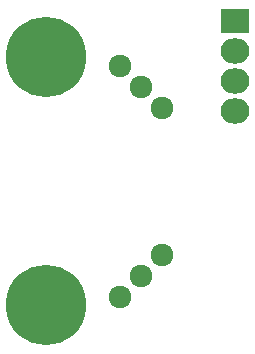
<source format=gbr>
G04 #@! TF.FileFunction,Soldermask,Bot*
%FSLAX46Y46*%
G04 Gerber Fmt 4.6, Leading zero omitted, Abs format (unit mm)*
G04 Created by KiCad (PCBNEW 4.0.4+dfsg1-stable) date Thu Feb  9 13:36:58 2017*
%MOMM*%
%LPD*%
G01*
G04 APERTURE LIST*
%ADD10C,0.100000*%
%ADD11R,2.432000X2.127200*%
%ADD12O,2.432000X2.127200*%
%ADD13C,6.800000*%
%ADD14C,1.924000*%
G04 APERTURE END LIST*
D10*
D11*
X133000000Y-62920000D03*
D12*
X133000000Y-65460000D03*
X133000000Y-68000000D03*
X133000000Y-70540000D03*
D13*
X117000000Y-66000000D03*
X117000000Y-87000000D03*
D14*
X125000000Y-84500000D03*
X123203949Y-86296051D03*
X126796051Y-82703949D03*
X125000000Y-68500000D03*
X126796051Y-70296051D03*
X123203949Y-66703949D03*
M02*

</source>
